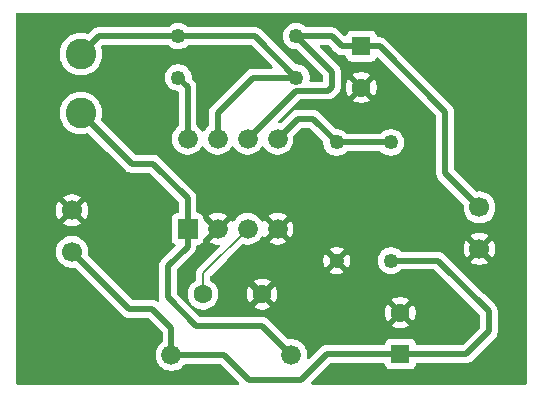
<source format=gtl>
G04 #@! TF.GenerationSoftware,KiCad,Pcbnew,9.0.0*
G04 #@! TF.CreationDate,2025-05-28T17:54:46+08:00*
G04 #@! TF.ProjectId,Converter_DC,436f6e76-6572-4746-9572-5f44432e6b69,v1.0*
G04 #@! TF.SameCoordinates,Original*
G04 #@! TF.FileFunction,Copper,L1,Top*
G04 #@! TF.FilePolarity,Positive*
%FSLAX46Y46*%
G04 Gerber Fmt 4.6, Leading zero omitted, Abs format (unit mm)*
G04 Created by KiCad (PCBNEW 9.0.0) date 2025-05-28 17:54:46*
%MOMM*%
%LPD*%
G01*
G04 APERTURE LIST*
G04 #@! TA.AperFunction,ComponentPad*
%ADD10C,2.600000*%
G04 #@! TD*
G04 #@! TA.AperFunction,ComponentPad*
%ADD11C,1.700000*%
G04 #@! TD*
G04 #@! TA.AperFunction,ComponentPad*
%ADD12C,1.600000*%
G04 #@! TD*
G04 #@! TA.AperFunction,ComponentPad*
%ADD13C,1.676400*%
G04 #@! TD*
G04 #@! TA.AperFunction,ComponentPad*
%ADD14C,1.250000*%
G04 #@! TD*
G04 #@! TA.AperFunction,ComponentPad*
%ADD15R,1.676400X1.676400*%
G04 #@! TD*
G04 #@! TA.AperFunction,ComponentPad*
%ADD16R,1.600000X1.600000*%
G04 #@! TD*
G04 #@! TA.AperFunction,Conductor*
%ADD17C,0.500000*%
G04 #@! TD*
G04 #@! TA.AperFunction,Conductor*
%ADD18C,0.200000*%
G04 #@! TD*
G04 APERTURE END LIST*
D10*
X132750000Y-93500000D03*
X132750000Y-88500000D03*
D11*
X132000000Y-105250000D03*
X132000000Y-101750000D03*
X166500000Y-105000000D03*
X166500000Y-101500000D03*
D12*
X148100000Y-108850000D03*
X143100000Y-108850000D03*
D13*
X150580000Y-114000000D03*
X140420000Y-114000000D03*
D14*
X151000000Y-87000000D03*
X141000000Y-87000000D03*
D15*
X141790000Y-103310000D03*
D13*
X144330000Y-103310000D03*
X146870000Y-103310000D03*
X149410000Y-103310000D03*
X149410000Y-95690000D03*
X146870000Y-95690000D03*
X144330000Y-95690000D03*
X141790000Y-95690000D03*
D14*
X154400000Y-106000000D03*
X154400000Y-96000000D03*
D16*
X156500000Y-87847349D03*
D12*
X156500000Y-91347349D03*
D14*
X151000000Y-90500000D03*
X141000000Y-90500000D03*
D16*
X159800000Y-113900000D03*
D12*
X159800000Y-110400000D03*
D14*
X159000000Y-106000000D03*
X159000000Y-96000000D03*
D17*
X147500000Y-87000000D02*
X151000000Y-90500000D01*
X141000000Y-87000000D02*
X147500000Y-87000000D01*
X152400000Y-94000000D02*
X154400000Y-96000000D01*
X151100000Y-94000000D02*
X152400000Y-94000000D01*
X149410000Y-95690000D02*
X151100000Y-94000000D01*
X159000000Y-96000000D02*
X154400000Y-96000000D01*
X154000000Y-87000000D02*
X151000000Y-87000000D01*
X154847349Y-87847349D02*
X154000000Y-87000000D01*
X156500000Y-87847349D02*
X154847349Y-87847349D01*
X150960000Y-91600000D02*
X146870000Y-95690000D01*
X153700000Y-91600000D02*
X150960000Y-91600000D01*
X154000000Y-91300000D02*
X153700000Y-91600000D01*
X154000000Y-90000000D02*
X154000000Y-91300000D01*
X151000000Y-87000000D02*
X154000000Y-90000000D01*
X144330000Y-93470000D02*
X144330000Y-95690000D01*
X147300000Y-90500000D02*
X144330000Y-93470000D01*
X151000000Y-90500000D02*
X147300000Y-90500000D01*
X141790000Y-91290000D02*
X141790000Y-95690000D01*
X141000000Y-90500000D02*
X141790000Y-91290000D01*
X134250000Y-87000000D02*
X141000000Y-87000000D01*
X132750000Y-88500000D02*
X134250000Y-87000000D01*
X141790000Y-104810000D02*
X141790000Y-103310000D01*
X142500000Y-111500000D02*
X140100000Y-109100000D01*
X140100000Y-106500000D02*
X141790000Y-104810000D01*
X140100000Y-109100000D02*
X140100000Y-106500000D01*
X150580000Y-114000000D02*
X148080000Y-111500000D01*
X148080000Y-111500000D02*
X142500000Y-111500000D01*
D18*
X143100000Y-107080000D02*
X146870000Y-103310000D01*
X143100000Y-108850000D02*
X143100000Y-107080000D01*
D17*
X163000000Y-106000000D02*
X159000000Y-106000000D01*
X167300000Y-110300000D02*
X163000000Y-106000000D01*
X165400000Y-113900000D02*
X167300000Y-112000000D01*
X167300000Y-112000000D02*
X167300000Y-110300000D01*
X159800000Y-113900000D02*
X165400000Y-113900000D01*
X144900000Y-114000000D02*
X140420000Y-114000000D01*
X151400000Y-116100000D02*
X147000000Y-116100000D01*
X153600000Y-113900000D02*
X151400000Y-116100000D01*
X159800000Y-113900000D02*
X153600000Y-113900000D01*
X147000000Y-116100000D02*
X144900000Y-114000000D01*
X163600000Y-93400000D02*
X158047349Y-87847349D01*
X158047349Y-87847349D02*
X156500000Y-87847349D01*
X163600000Y-98600000D02*
X163600000Y-93400000D01*
X166500000Y-101500000D02*
X163600000Y-98600000D01*
X132750000Y-93500000D02*
X137050000Y-97800000D01*
X137050000Y-97800000D02*
X138900000Y-97800000D01*
X141790000Y-100690000D02*
X141790000Y-103310000D01*
X138900000Y-97800000D02*
X141790000Y-100690000D01*
X140420000Y-111720000D02*
X140420000Y-114000000D01*
X138800000Y-110100000D02*
X140420000Y-111720000D01*
X136850000Y-110100000D02*
X138800000Y-110100000D01*
X132000000Y-105250000D02*
X136850000Y-110100000D01*
G04 #@! TA.AperFunction,Conductor*
G36*
X170442539Y-85020185D02*
G01*
X170488294Y-85072989D01*
X170499500Y-85124500D01*
X170499500Y-116375500D01*
X170479815Y-116442539D01*
X170427011Y-116488294D01*
X170375500Y-116499500D01*
X152361230Y-116499500D01*
X152294191Y-116479815D01*
X152248436Y-116427011D01*
X152238492Y-116357853D01*
X152267517Y-116294297D01*
X152273549Y-116287819D01*
X153874549Y-114686819D01*
X153935872Y-114653334D01*
X153962230Y-114650500D01*
X158377649Y-114650500D01*
X158444688Y-114670185D01*
X158490443Y-114722989D01*
X158500939Y-114761248D01*
X158505908Y-114807483D01*
X158556202Y-114942328D01*
X158556206Y-114942335D01*
X158642452Y-115057544D01*
X158642455Y-115057547D01*
X158757664Y-115143793D01*
X158757671Y-115143797D01*
X158892517Y-115194091D01*
X158892516Y-115194091D01*
X158899444Y-115194835D01*
X158952127Y-115200500D01*
X160647872Y-115200499D01*
X160707483Y-115194091D01*
X160842331Y-115143796D01*
X160957546Y-115057546D01*
X161043796Y-114942331D01*
X161094091Y-114807483D01*
X161099062Y-114761242D01*
X161125799Y-114696694D01*
X161183191Y-114656846D01*
X161222351Y-114650500D01*
X165473920Y-114650500D01*
X165571462Y-114631096D01*
X165618913Y-114621658D01*
X165755495Y-114565084D01*
X165832123Y-114513883D01*
X165878416Y-114482952D01*
X167882952Y-112478416D01*
X167945313Y-112385084D01*
X167965084Y-112355495D01*
X168021658Y-112218913D01*
X168048703Y-112082954D01*
X168050500Y-112073920D01*
X168050500Y-110226079D01*
X168021659Y-110081092D01*
X168021658Y-110081091D01*
X168021658Y-110081087D01*
X167972450Y-109962287D01*
X167965087Y-109944511D01*
X167965080Y-109944498D01*
X167882952Y-109821585D01*
X167855901Y-109794534D01*
X167778416Y-109717049D01*
X166911366Y-108849999D01*
X164217061Y-106155692D01*
X163478421Y-105417052D01*
X163478414Y-105417046D01*
X163387479Y-105356286D01*
X163387478Y-105356286D01*
X163355500Y-105334919D01*
X163355488Y-105334912D01*
X163218917Y-105278343D01*
X163218907Y-105278340D01*
X163073920Y-105249500D01*
X163073918Y-105249500D01*
X159892559Y-105249500D01*
X159825520Y-105229815D01*
X159804878Y-105213181D01*
X159733216Y-105141519D01*
X159733214Y-105141517D01*
X159589890Y-105037386D01*
X159515272Y-104999366D01*
X159432042Y-104956957D01*
X159432039Y-104956956D01*
X159263556Y-104902214D01*
X159210136Y-104893753D01*
X165150000Y-104893753D01*
X165150000Y-105106246D01*
X165183242Y-105316127D01*
X165183242Y-105316130D01*
X165248904Y-105518217D01*
X165345375Y-105707550D01*
X165384728Y-105761716D01*
X166078274Y-105068171D01*
X166103963Y-105164044D01*
X166159916Y-105260956D01*
X166239044Y-105340084D01*
X166335956Y-105396037D01*
X166431828Y-105421725D01*
X165738282Y-106115269D01*
X165738282Y-106115270D01*
X165792449Y-106154624D01*
X165981782Y-106251095D01*
X166183870Y-106316757D01*
X166393754Y-106350000D01*
X166606246Y-106350000D01*
X166816127Y-106316757D01*
X166816130Y-106316757D01*
X167018217Y-106251095D01*
X167207554Y-106154622D01*
X167261716Y-106115270D01*
X167261717Y-106115270D01*
X166568171Y-105421725D01*
X166664044Y-105396037D01*
X166760956Y-105340084D01*
X166840084Y-105260956D01*
X166896037Y-105164044D01*
X166921725Y-105068172D01*
X167615270Y-105761717D01*
X167615270Y-105761716D01*
X167654622Y-105707554D01*
X167751095Y-105518217D01*
X167816757Y-105316130D01*
X167816757Y-105316127D01*
X167850000Y-105106246D01*
X167850000Y-104893753D01*
X167816757Y-104683872D01*
X167816757Y-104683869D01*
X167751095Y-104481782D01*
X167654624Y-104292449D01*
X167615270Y-104238282D01*
X167615269Y-104238282D01*
X166921725Y-104931827D01*
X166896037Y-104835956D01*
X166840084Y-104739044D01*
X166760956Y-104659916D01*
X166664044Y-104603963D01*
X166568172Y-104578274D01*
X167261716Y-103884728D01*
X167207550Y-103845375D01*
X167018217Y-103748904D01*
X166816129Y-103683242D01*
X166606246Y-103650000D01*
X166393754Y-103650000D01*
X166183872Y-103683242D01*
X166183869Y-103683242D01*
X165981782Y-103748904D01*
X165792439Y-103845380D01*
X165738282Y-103884727D01*
X165738282Y-103884728D01*
X166431828Y-104578274D01*
X166335956Y-104603963D01*
X166239044Y-104659916D01*
X166159916Y-104739044D01*
X166103963Y-104835956D01*
X166078274Y-104931828D01*
X165384728Y-104238282D01*
X165384727Y-104238282D01*
X165345380Y-104292439D01*
X165248904Y-104481782D01*
X165183242Y-104683869D01*
X165183242Y-104683872D01*
X165150000Y-104893753D01*
X159210136Y-104893753D01*
X159148053Y-104883920D01*
X159088579Y-104874500D01*
X158911421Y-104874500D01*
X158853095Y-104883738D01*
X158736443Y-104902214D01*
X158567960Y-104956956D01*
X158567957Y-104956957D01*
X158410109Y-105037386D01*
X158328338Y-105096796D01*
X158266786Y-105141517D01*
X158266784Y-105141519D01*
X158266783Y-105141519D01*
X158141519Y-105266783D01*
X158141519Y-105266784D01*
X158141517Y-105266786D01*
X158096796Y-105328338D01*
X158037386Y-105410109D01*
X157956957Y-105567957D01*
X157956956Y-105567960D01*
X157902214Y-105736443D01*
X157894039Y-105788060D01*
X157874500Y-105911421D01*
X157874500Y-106088579D01*
X157884960Y-106154622D01*
X157902214Y-106263556D01*
X157956956Y-106432039D01*
X157956957Y-106432042D01*
X158025848Y-106567246D01*
X158037386Y-106589890D01*
X158141517Y-106733214D01*
X158266786Y-106858483D01*
X158410110Y-106962614D01*
X158485338Y-107000945D01*
X158567957Y-107043042D01*
X158567960Y-107043043D01*
X158652201Y-107070414D01*
X158736445Y-107097786D01*
X158911421Y-107125500D01*
X158911422Y-107125500D01*
X159088578Y-107125500D01*
X159088579Y-107125500D01*
X159263555Y-107097786D01*
X159432042Y-107043042D01*
X159589890Y-106962614D01*
X159733214Y-106858483D01*
X159804878Y-106786819D01*
X159866201Y-106753334D01*
X159892559Y-106750500D01*
X162637770Y-106750500D01*
X162704809Y-106770185D01*
X162725451Y-106786819D01*
X166513181Y-110574548D01*
X166546666Y-110635871D01*
X166549500Y-110662229D01*
X166549500Y-111637770D01*
X166529815Y-111704809D01*
X166513181Y-111725451D01*
X165125451Y-113113181D01*
X165064128Y-113146666D01*
X165037770Y-113149500D01*
X161222351Y-113149500D01*
X161155312Y-113129815D01*
X161109557Y-113077011D01*
X161099061Y-113038752D01*
X161094091Y-112992516D01*
X161043797Y-112857671D01*
X161043793Y-112857664D01*
X160957547Y-112742455D01*
X160957544Y-112742452D01*
X160842335Y-112656206D01*
X160842328Y-112656202D01*
X160707482Y-112605908D01*
X160707483Y-112605908D01*
X160647883Y-112599501D01*
X160647881Y-112599500D01*
X160647873Y-112599500D01*
X160647864Y-112599500D01*
X158952129Y-112599500D01*
X158952123Y-112599501D01*
X158892516Y-112605908D01*
X158757671Y-112656202D01*
X158757664Y-112656206D01*
X158642455Y-112742452D01*
X158642452Y-112742455D01*
X158556206Y-112857664D01*
X158556202Y-112857671D01*
X158505910Y-112992513D01*
X158505909Y-112992517D01*
X158500937Y-113038757D01*
X158474201Y-113103306D01*
X158416809Y-113143154D01*
X158377649Y-113149500D01*
X153526080Y-113149500D01*
X153381092Y-113178340D01*
X153381086Y-113178342D01*
X153244508Y-113234914D01*
X153244496Y-113234921D01*
X153195269Y-113267813D01*
X153121588Y-113317044D01*
X153121580Y-113317050D01*
X152110536Y-114328094D01*
X152049213Y-114361579D01*
X151979521Y-114356595D01*
X151923588Y-114314723D01*
X151899171Y-114249259D01*
X151900382Y-114221015D01*
X151918700Y-114105363D01*
X151918700Y-113894636D01*
X151885737Y-113686519D01*
X151820620Y-113486112D01*
X151760343Y-113367813D01*
X151724959Y-113298368D01*
X151689455Y-113249500D01*
X151601109Y-113127900D01*
X151452099Y-112978890D01*
X151281635Y-112855043D01*
X151281634Y-112855042D01*
X151281632Y-112855041D01*
X151223001Y-112825167D01*
X151093887Y-112759379D01*
X150893480Y-112694262D01*
X150685363Y-112661300D01*
X150685358Y-112661300D01*
X150474642Y-112661300D01*
X150474636Y-112661300D01*
X150388583Y-112674929D01*
X150319290Y-112665974D01*
X150281505Y-112640137D01*
X149161265Y-111519896D01*
X148558421Y-110917052D01*
X148558414Y-110917046D01*
X148458818Y-110850499D01*
X148458817Y-110850499D01*
X148435495Y-110834916D01*
X148435488Y-110834912D01*
X148298917Y-110778343D01*
X148298907Y-110778340D01*
X148153920Y-110749500D01*
X148153918Y-110749500D01*
X142862229Y-110749500D01*
X142795190Y-110729815D01*
X142774548Y-110713181D01*
X142441864Y-110380497D01*
X142359049Y-110297682D01*
X158500000Y-110297682D01*
X158500000Y-110502317D01*
X158532009Y-110704417D01*
X158595244Y-110899031D01*
X158688141Y-111081350D01*
X158688147Y-111081359D01*
X158720523Y-111125921D01*
X158720524Y-111125922D01*
X159400000Y-110446446D01*
X159400000Y-110452661D01*
X159427259Y-110554394D01*
X159479920Y-110645606D01*
X159554394Y-110720080D01*
X159645606Y-110772741D01*
X159747339Y-110800000D01*
X159753553Y-110800000D01*
X159074076Y-111479474D01*
X159118650Y-111511859D01*
X159300968Y-111604755D01*
X159495582Y-111667990D01*
X159697683Y-111700000D01*
X159902317Y-111700000D01*
X160104417Y-111667990D01*
X160299031Y-111604755D01*
X160481349Y-111511859D01*
X160525921Y-111479474D01*
X159846447Y-110800000D01*
X159852661Y-110800000D01*
X159954394Y-110772741D01*
X160045606Y-110720080D01*
X160120080Y-110645606D01*
X160172741Y-110554394D01*
X160200000Y-110452661D01*
X160200000Y-110446447D01*
X160879474Y-111125921D01*
X160911859Y-111081349D01*
X161004755Y-110899031D01*
X161067990Y-110704417D01*
X161100000Y-110502317D01*
X161100000Y-110297682D01*
X161067990Y-110095582D01*
X161004755Y-109900968D01*
X160911859Y-109718650D01*
X160879474Y-109674077D01*
X160879474Y-109674076D01*
X160200000Y-110353551D01*
X160200000Y-110347339D01*
X160172741Y-110245606D01*
X160120080Y-110154394D01*
X160045606Y-110079920D01*
X159954394Y-110027259D01*
X159852661Y-110000000D01*
X159846446Y-110000000D01*
X160525922Y-109320524D01*
X160525921Y-109320523D01*
X160481359Y-109288147D01*
X160481350Y-109288141D01*
X160299031Y-109195244D01*
X160104417Y-109132009D01*
X159902317Y-109100000D01*
X159697683Y-109100000D01*
X159495582Y-109132009D01*
X159300968Y-109195244D01*
X159118644Y-109288143D01*
X159074077Y-109320523D01*
X159074077Y-109320524D01*
X159753554Y-110000000D01*
X159747339Y-110000000D01*
X159645606Y-110027259D01*
X159554394Y-110079920D01*
X159479920Y-110154394D01*
X159427259Y-110245606D01*
X159400000Y-110347339D01*
X159400000Y-110353553D01*
X158720524Y-109674077D01*
X158720523Y-109674077D01*
X158688143Y-109718644D01*
X158595244Y-109900968D01*
X158532009Y-110095582D01*
X158500000Y-110297682D01*
X142359049Y-110297682D01*
X142088991Y-110027623D01*
X140886819Y-108825451D01*
X140853334Y-108764128D01*
X140850500Y-108737770D01*
X140850500Y-106862230D01*
X140870185Y-106795191D01*
X140886819Y-106774549D01*
X142372948Y-105288420D01*
X142372952Y-105288416D01*
X142448007Y-105176086D01*
X142448009Y-105176084D01*
X142455081Y-105165499D01*
X142455084Y-105165495D01*
X142511658Y-105028913D01*
X142525971Y-104956957D01*
X142540500Y-104883920D01*
X142540500Y-104772699D01*
X142560185Y-104705660D01*
X142612989Y-104659905D01*
X142664500Y-104648699D01*
X142676071Y-104648699D01*
X142676072Y-104648699D01*
X142735683Y-104642291D01*
X142870531Y-104591996D01*
X142985746Y-104505746D01*
X143071996Y-104390531D01*
X143122291Y-104255683D01*
X143128700Y-104196073D01*
X143128699Y-104189985D01*
X143148376Y-104122948D01*
X143201176Y-104077187D01*
X143210994Y-104075451D01*
X143799026Y-103487419D01*
X143809281Y-103525689D01*
X143882849Y-103653111D01*
X143986889Y-103757151D01*
X144114311Y-103830719D01*
X144152579Y-103840972D01*
X143576729Y-104416822D01*
X143576730Y-104416823D01*
X143628624Y-104454526D01*
X143628637Y-104454534D01*
X143816311Y-104550160D01*
X144016635Y-104615248D01*
X144224682Y-104648200D01*
X144383201Y-104648200D01*
X144450240Y-104667885D01*
X144495995Y-104720689D01*
X144505939Y-104789847D01*
X144476914Y-104853403D01*
X144470882Y-104859881D01*
X142734277Y-106596486D01*
X142734270Y-106596493D01*
X142731286Y-106599478D01*
X142731284Y-106599480D01*
X142619480Y-106711284D01*
X142596839Y-106750500D01*
X142590814Y-106760933D01*
X142590814Y-106760935D01*
X142561985Y-106810868D01*
X142540423Y-106848215D01*
X142499499Y-107000943D01*
X142499499Y-107000945D01*
X142499499Y-107169046D01*
X142499500Y-107169059D01*
X142499500Y-107620397D01*
X142479815Y-107687436D01*
X142431800Y-107730879D01*
X142418389Y-107737712D01*
X142252786Y-107858028D01*
X142108028Y-108002786D01*
X141987715Y-108168386D01*
X141894781Y-108350776D01*
X141831522Y-108545465D01*
X141799500Y-108747648D01*
X141799500Y-108952351D01*
X141831522Y-109154534D01*
X141894781Y-109349223D01*
X141938444Y-109434914D01*
X141987585Y-109531359D01*
X141987715Y-109531613D01*
X142104638Y-109692546D01*
X142104641Y-109692549D01*
X142108034Y-109697219D01*
X142252781Y-109841966D01*
X142418390Y-109962287D01*
X142534607Y-110021503D01*
X142600776Y-110055218D01*
X142600778Y-110055218D01*
X142600781Y-110055220D01*
X142680407Y-110081092D01*
X142795465Y-110118477D01*
X142896557Y-110134488D01*
X142997648Y-110150500D01*
X142997649Y-110150500D01*
X143202351Y-110150500D01*
X143202352Y-110150500D01*
X143404534Y-110118477D01*
X143599219Y-110055220D01*
X143781610Y-109962287D01*
X143942548Y-109845360D01*
X143947213Y-109841971D01*
X143947215Y-109841968D01*
X143947219Y-109841966D01*
X144091966Y-109697219D01*
X144091968Y-109697215D01*
X144091971Y-109697213D01*
X144144732Y-109624590D01*
X144212287Y-109531610D01*
X144305220Y-109349219D01*
X144368477Y-109154534D01*
X144400500Y-108952352D01*
X144400500Y-108747682D01*
X146800000Y-108747682D01*
X146800000Y-108952317D01*
X146832009Y-109154417D01*
X146895244Y-109349031D01*
X146988141Y-109531350D01*
X146988147Y-109531359D01*
X147020523Y-109575921D01*
X147020524Y-109575922D01*
X147700000Y-108896446D01*
X147700000Y-108902661D01*
X147727259Y-109004394D01*
X147779920Y-109095606D01*
X147854394Y-109170080D01*
X147945606Y-109222741D01*
X148047339Y-109250000D01*
X148053553Y-109250000D01*
X147374076Y-109929474D01*
X147418650Y-109961859D01*
X147600968Y-110054755D01*
X147795582Y-110117990D01*
X147997683Y-110150000D01*
X148202317Y-110150000D01*
X148404417Y-110117990D01*
X148599031Y-110054755D01*
X148781349Y-109961859D01*
X148825921Y-109929474D01*
X148146447Y-109250000D01*
X148152661Y-109250000D01*
X148254394Y-109222741D01*
X148345606Y-109170080D01*
X148420080Y-109095606D01*
X148472741Y-109004394D01*
X148500000Y-108902661D01*
X148500000Y-108896447D01*
X149179474Y-109575921D01*
X149211859Y-109531349D01*
X149304755Y-109349031D01*
X149311113Y-109329464D01*
X149367990Y-109154417D01*
X149400000Y-108952317D01*
X149400000Y-108747682D01*
X149367990Y-108545582D01*
X149304755Y-108350968D01*
X149211859Y-108168650D01*
X149179474Y-108124077D01*
X149179474Y-108124076D01*
X148500000Y-108803551D01*
X148500000Y-108797339D01*
X148472741Y-108695606D01*
X148420080Y-108604394D01*
X148345606Y-108529920D01*
X148254394Y-108477259D01*
X148152661Y-108450000D01*
X148146446Y-108450000D01*
X148825922Y-107770524D01*
X148825921Y-107770523D01*
X148781359Y-107738147D01*
X148781350Y-107738141D01*
X148599031Y-107645244D01*
X148404417Y-107582009D01*
X148202317Y-107550000D01*
X147997683Y-107550000D01*
X147795582Y-107582009D01*
X147600968Y-107645244D01*
X147418644Y-107738143D01*
X147374077Y-107770523D01*
X147374077Y-107770524D01*
X148053554Y-108450000D01*
X148047339Y-108450000D01*
X147945606Y-108477259D01*
X147854394Y-108529920D01*
X147779920Y-108604394D01*
X147727259Y-108695606D01*
X147700000Y-108797339D01*
X147700000Y-108803553D01*
X147020524Y-108124077D01*
X147020523Y-108124077D01*
X146988143Y-108168644D01*
X146895244Y-108350968D01*
X146832009Y-108545582D01*
X146800000Y-108747682D01*
X144400500Y-108747682D01*
X144400500Y-108747648D01*
X144392257Y-108695606D01*
X144368477Y-108545465D01*
X144337458Y-108450000D01*
X144305220Y-108350781D01*
X144305218Y-108350778D01*
X144305218Y-108350776D01*
X144212419Y-108168650D01*
X144212287Y-108168390D01*
X144180092Y-108124077D01*
X144091971Y-108002786D01*
X143947213Y-107858028D01*
X143781610Y-107737712D01*
X143768200Y-107730879D01*
X143757138Y-107720431D01*
X143743297Y-107714110D01*
X143732255Y-107696928D01*
X143717406Y-107682903D01*
X143713165Y-107667223D01*
X143705523Y-107655332D01*
X143700500Y-107620397D01*
X143700500Y-107380096D01*
X143720185Y-107313057D01*
X143736814Y-107292420D01*
X144075045Y-106954189D01*
X153799364Y-106954189D01*
X153810368Y-106962185D01*
X153968149Y-107042579D01*
X153968152Y-107042580D01*
X154136560Y-107097298D01*
X154311456Y-107125000D01*
X154488544Y-107125000D01*
X154663439Y-107097298D01*
X154831847Y-107042580D01*
X154831850Y-107042578D01*
X154989633Y-106962184D01*
X155000634Y-106954189D01*
X155000635Y-106954188D01*
X154400001Y-106353554D01*
X154400000Y-106353554D01*
X153799364Y-106954189D01*
X144075045Y-106954189D01*
X145117778Y-105911455D01*
X153275000Y-105911455D01*
X153275000Y-106088544D01*
X153302701Y-106263439D01*
X153357419Y-106431847D01*
X153357423Y-106431855D01*
X153437808Y-106589621D01*
X153437816Y-106589635D01*
X153445809Y-106600634D01*
X153445811Y-106600635D01*
X154046446Y-106000000D01*
X154046446Y-105999999D01*
X153996719Y-105950272D01*
X154150000Y-105950272D01*
X154150000Y-106049728D01*
X154188060Y-106141614D01*
X154258386Y-106211940D01*
X154350272Y-106250000D01*
X154449728Y-106250000D01*
X154541614Y-106211940D01*
X154611940Y-106141614D01*
X154650000Y-106049728D01*
X154650000Y-105999999D01*
X154753554Y-105999999D01*
X154753554Y-106000000D01*
X155354189Y-106600635D01*
X155354189Y-106600634D01*
X155362184Y-106589633D01*
X155442578Y-106431850D01*
X155442580Y-106431847D01*
X155497298Y-106263439D01*
X155525000Y-106088544D01*
X155525000Y-105911455D01*
X155497298Y-105736560D01*
X155442580Y-105568152D01*
X155442579Y-105568149D01*
X155362185Y-105410368D01*
X155354189Y-105399364D01*
X154753554Y-105999999D01*
X154650000Y-105999999D01*
X154650000Y-105950272D01*
X154611940Y-105858386D01*
X154541614Y-105788060D01*
X154449728Y-105750000D01*
X154350272Y-105750000D01*
X154258386Y-105788060D01*
X154188060Y-105858386D01*
X154150000Y-105950272D01*
X153996719Y-105950272D01*
X153445810Y-105399363D01*
X153445809Y-105399364D01*
X153437815Y-105410366D01*
X153357421Y-105568149D01*
X153357419Y-105568152D01*
X153302701Y-105736560D01*
X153275000Y-105911455D01*
X145117778Y-105911455D01*
X145983423Y-105045810D01*
X153799363Y-105045810D01*
X154400000Y-105646446D01*
X154400001Y-105646446D01*
X155000635Y-105045811D01*
X155000634Y-105045809D01*
X154989635Y-105037816D01*
X154989621Y-105037808D01*
X154831855Y-104957423D01*
X154831847Y-104957419D01*
X154663439Y-104902701D01*
X154488544Y-104875000D01*
X154311456Y-104875000D01*
X154136560Y-104902701D01*
X153968152Y-104957419D01*
X153968149Y-104957421D01*
X153810366Y-105037815D01*
X153799364Y-105045809D01*
X153799363Y-105045810D01*
X145983423Y-105045810D01*
X146394842Y-104634391D01*
X146456163Y-104600908D01*
X146520837Y-104604142D01*
X146556520Y-104615737D01*
X146650299Y-104630590D01*
X146764637Y-104648700D01*
X146764642Y-104648700D01*
X146975363Y-104648700D01*
X147183480Y-104615737D01*
X147184985Y-104615248D01*
X147383883Y-104550622D01*
X147571632Y-104454959D01*
X147688283Y-104370208D01*
X147742099Y-104331109D01*
X147742101Y-104331106D01*
X147742105Y-104331104D01*
X147891104Y-104182105D01*
X147891106Y-104182101D01*
X147891109Y-104182099D01*
X148014956Y-104011636D01*
X148014955Y-104011636D01*
X148014959Y-104011632D01*
X148029795Y-103982513D01*
X148077768Y-103931718D01*
X148145588Y-103914922D01*
X148211724Y-103937458D01*
X148250764Y-103982511D01*
X148265469Y-104011370D01*
X148303176Y-104063268D01*
X148303177Y-104063269D01*
X148879026Y-103487419D01*
X148889281Y-103525689D01*
X148962849Y-103653111D01*
X149066889Y-103757151D01*
X149194311Y-103830719D01*
X149232580Y-103840973D01*
X148656729Y-104416822D01*
X148656730Y-104416823D01*
X148708624Y-104454526D01*
X148708637Y-104454534D01*
X148896311Y-104550160D01*
X149096635Y-104615248D01*
X149304682Y-104648200D01*
X149515318Y-104648200D01*
X149723364Y-104615248D01*
X149923688Y-104550160D01*
X150111370Y-104454530D01*
X150163268Y-104416823D01*
X150163268Y-104416822D01*
X149587419Y-103840973D01*
X149625689Y-103830719D01*
X149753111Y-103757151D01*
X149857151Y-103653111D01*
X149930719Y-103525689D01*
X149940973Y-103487419D01*
X150516822Y-104063268D01*
X150516823Y-104063268D01*
X150554530Y-104011370D01*
X150623663Y-103875692D01*
X150650160Y-103823688D01*
X150715248Y-103623364D01*
X150748200Y-103415318D01*
X150748200Y-103204681D01*
X150715248Y-102996635D01*
X150650160Y-102796311D01*
X150554534Y-102608637D01*
X150554526Y-102608624D01*
X150516823Y-102556730D01*
X150516822Y-102556729D01*
X149940972Y-103132579D01*
X149930719Y-103094311D01*
X149857151Y-102966889D01*
X149753111Y-102862849D01*
X149625689Y-102789281D01*
X149587419Y-102779026D01*
X150163269Y-102203177D01*
X150163268Y-102203176D01*
X150111370Y-102165469D01*
X149923688Y-102069839D01*
X149723364Y-102004751D01*
X149515318Y-101971800D01*
X149304682Y-101971800D01*
X149096635Y-102004751D01*
X148896311Y-102069839D01*
X148708633Y-102165467D01*
X148656730Y-102203176D01*
X149232580Y-102779026D01*
X149194311Y-102789281D01*
X149066889Y-102862849D01*
X148962849Y-102966889D01*
X148889281Y-103094311D01*
X148879026Y-103132580D01*
X148303176Y-102556730D01*
X148265465Y-102608636D01*
X148265464Y-102608637D01*
X148250763Y-102637489D01*
X148202787Y-102688284D01*
X148134966Y-102705077D01*
X148068831Y-102682537D01*
X148029795Y-102637485D01*
X148014958Y-102608366D01*
X147891109Y-102437900D01*
X147742099Y-102288890D01*
X147571635Y-102165043D01*
X147571634Y-102165042D01*
X147571632Y-102165041D01*
X147513001Y-102135167D01*
X147383887Y-102069379D01*
X147183480Y-102004262D01*
X146975363Y-101971300D01*
X146975358Y-101971300D01*
X146764642Y-101971300D01*
X146764637Y-101971300D01*
X146556519Y-102004262D01*
X146356112Y-102069379D01*
X146168364Y-102165043D01*
X145997900Y-102288890D01*
X145848890Y-102437900D01*
X145725042Y-102608364D01*
X145710203Y-102637488D01*
X145662227Y-102688283D01*
X145594406Y-102705077D01*
X145528272Y-102682538D01*
X145489235Y-102637487D01*
X145474537Y-102608642D01*
X145474526Y-102608624D01*
X145436823Y-102556730D01*
X145436822Y-102556729D01*
X144860972Y-103132579D01*
X144850719Y-103094311D01*
X144777151Y-102966889D01*
X144673111Y-102862849D01*
X144545689Y-102789281D01*
X144507419Y-102779026D01*
X145083269Y-102203177D01*
X145083268Y-102203176D01*
X145031370Y-102165469D01*
X144843688Y-102069839D01*
X144643364Y-102004751D01*
X144435318Y-101971800D01*
X144224682Y-101971800D01*
X144016635Y-102004751D01*
X143816311Y-102069839D01*
X143628633Y-102165467D01*
X143576730Y-102203176D01*
X144152580Y-102779026D01*
X144114311Y-102789281D01*
X143986889Y-102862849D01*
X143882849Y-102966889D01*
X143809281Y-103094311D01*
X143799026Y-103132580D01*
X143208824Y-102542378D01*
X143194045Y-102539273D01*
X143144291Y-102490219D01*
X143131742Y-102457326D01*
X143128699Y-102443845D01*
X143128699Y-102423928D01*
X143122291Y-102364317D01*
X143086448Y-102268217D01*
X143071998Y-102229473D01*
X143071993Y-102229464D01*
X142985747Y-102114255D01*
X142985744Y-102114252D01*
X142870535Y-102028006D01*
X142870528Y-102028002D01*
X142735682Y-101977708D01*
X142735683Y-101977708D01*
X142676083Y-101971301D01*
X142676081Y-101971300D01*
X142676073Y-101971300D01*
X142676065Y-101971300D01*
X142664500Y-101971300D01*
X142597461Y-101951615D01*
X142551706Y-101898811D01*
X142540500Y-101847300D01*
X142540500Y-100616079D01*
X142511659Y-100471092D01*
X142511658Y-100471091D01*
X142511658Y-100471087D01*
X142459411Y-100344951D01*
X142455087Y-100334511D01*
X142455080Y-100334498D01*
X142372952Y-100211585D01*
X142325983Y-100164616D01*
X142268416Y-100107049D01*
X139378421Y-97217052D01*
X139378414Y-97217046D01*
X139304729Y-97167812D01*
X139304729Y-97167813D01*
X139255491Y-97134913D01*
X139118917Y-97078343D01*
X139118907Y-97078340D01*
X138973920Y-97049500D01*
X138973918Y-97049500D01*
X137412229Y-97049500D01*
X137345190Y-97029815D01*
X137324548Y-97013181D01*
X134495018Y-94183650D01*
X134461533Y-94122327D01*
X134462923Y-94063878D01*
X134519693Y-93852014D01*
X134550500Y-93618011D01*
X134550500Y-93381989D01*
X134519693Y-93147986D01*
X134458606Y-92920007D01*
X134368284Y-92701951D01*
X134368282Y-92701948D01*
X134368280Y-92701943D01*
X134326118Y-92628918D01*
X134250273Y-92497550D01*
X134106592Y-92310301D01*
X134106587Y-92310295D01*
X133939704Y-92143412D01*
X133939697Y-92143406D01*
X133752454Y-91999730D01*
X133752453Y-91999729D01*
X133752450Y-91999727D01*
X133670957Y-91952677D01*
X133548056Y-91881719D01*
X133548045Y-91881714D01*
X133329993Y-91791394D01*
X133281577Y-91778421D01*
X133102014Y-91730307D01*
X133102013Y-91730306D01*
X133102010Y-91730306D01*
X132868020Y-91699501D01*
X132868017Y-91699500D01*
X132868011Y-91699500D01*
X132631989Y-91699500D01*
X132631983Y-91699500D01*
X132631979Y-91699501D01*
X132397989Y-91730306D01*
X132170006Y-91791394D01*
X131951954Y-91881714D01*
X131951943Y-91881719D01*
X131747545Y-91999730D01*
X131560302Y-92143406D01*
X131560295Y-92143412D01*
X131393412Y-92310295D01*
X131393406Y-92310302D01*
X131249730Y-92497545D01*
X131131719Y-92701943D01*
X131131714Y-92701954D01*
X131041394Y-92920006D01*
X130980306Y-93147989D01*
X130949501Y-93381979D01*
X130949500Y-93381995D01*
X130949500Y-93618004D01*
X130949501Y-93618020D01*
X130980306Y-93852010D01*
X131041394Y-94079993D01*
X131131714Y-94298045D01*
X131131719Y-94298056D01*
X131202677Y-94420957D01*
X131249727Y-94502450D01*
X131249729Y-94502453D01*
X131249730Y-94502454D01*
X131393406Y-94689697D01*
X131393412Y-94689704D01*
X131560295Y-94856587D01*
X131560301Y-94856592D01*
X131747550Y-95000273D01*
X131878918Y-95076118D01*
X131951943Y-95118280D01*
X131951948Y-95118282D01*
X131951951Y-95118284D01*
X132170007Y-95208606D01*
X132397986Y-95269693D01*
X132631989Y-95300500D01*
X132631996Y-95300500D01*
X132868004Y-95300500D01*
X132868011Y-95300500D01*
X133102014Y-95269693D01*
X133313877Y-95212924D01*
X133383725Y-95214587D01*
X133433650Y-95245018D01*
X134958818Y-96770185D01*
X136467048Y-98278415D01*
X136467049Y-98278416D01*
X136571584Y-98382951D01*
X136571585Y-98382952D01*
X136694498Y-98465080D01*
X136694511Y-98465087D01*
X136831082Y-98521656D01*
X136831087Y-98521658D01*
X136831091Y-98521658D01*
X136831092Y-98521659D01*
X136976079Y-98550500D01*
X136976082Y-98550500D01*
X138537770Y-98550500D01*
X138604809Y-98570185D01*
X138625451Y-98586819D01*
X141003181Y-100964548D01*
X141036666Y-101025871D01*
X141039500Y-101052229D01*
X141039500Y-101847300D01*
X141019815Y-101914339D01*
X140967011Y-101960094D01*
X140915508Y-101971300D01*
X140903934Y-101971300D01*
X140903923Y-101971301D01*
X140844316Y-101977708D01*
X140709471Y-102028002D01*
X140709464Y-102028006D01*
X140594255Y-102114252D01*
X140594252Y-102114255D01*
X140508006Y-102229464D01*
X140508002Y-102229471D01*
X140457708Y-102364317D01*
X140451301Y-102423916D01*
X140451300Y-102423935D01*
X140451300Y-104196070D01*
X140451301Y-104196076D01*
X140457708Y-104255683D01*
X140508002Y-104390528D01*
X140508006Y-104390535D01*
X140594252Y-104505744D01*
X140594255Y-104505747D01*
X140709464Y-104591993D01*
X140717254Y-104596247D01*
X140715448Y-104599553D01*
X140757151Y-104630590D01*
X140781750Y-104695986D01*
X140767088Y-104764301D01*
X140745772Y-104792858D01*
X139517049Y-106021581D01*
X139472283Y-106088578D01*
X139472284Y-106088579D01*
X139434914Y-106144508D01*
X139378343Y-106281082D01*
X139378340Y-106281092D01*
X139349500Y-106426079D01*
X139349500Y-106426082D01*
X139349500Y-109173918D01*
X139349500Y-109173920D01*
X139349499Y-109173920D01*
X139378342Y-109318914D01*
X139378528Y-109319528D01*
X139378530Y-109319864D01*
X139379530Y-109324887D01*
X139378577Y-109325076D01*
X139379150Y-109389395D01*
X139341901Y-109448507D01*
X139278606Y-109478097D01*
X139209362Y-109468769D01*
X139190977Y-109458624D01*
X139175835Y-109448507D01*
X139155495Y-109434916D01*
X139155492Y-109434914D01*
X139155491Y-109434914D01*
X139018917Y-109378343D01*
X139018907Y-109378340D01*
X138873920Y-109349500D01*
X138873918Y-109349500D01*
X137212230Y-109349500D01*
X137145191Y-109329815D01*
X137124549Y-109313181D01*
X133370175Y-105558807D01*
X133336690Y-105497484D01*
X133335383Y-105451728D01*
X133350500Y-105356287D01*
X133350500Y-105143713D01*
X133317246Y-104933757D01*
X133251557Y-104731588D01*
X133155051Y-104542184D01*
X133155049Y-104542181D01*
X133155048Y-104542179D01*
X133030109Y-104370213D01*
X132879786Y-104219890D01*
X132707820Y-104094951D01*
X132518414Y-103998444D01*
X132518413Y-103998443D01*
X132518412Y-103998443D01*
X132316243Y-103932754D01*
X132316241Y-103932753D01*
X132316240Y-103932753D01*
X132154957Y-103907208D01*
X132106287Y-103899500D01*
X131893713Y-103899500D01*
X131845042Y-103907208D01*
X131683760Y-103932753D01*
X131481585Y-103998444D01*
X131292179Y-104094951D01*
X131120213Y-104219890D01*
X130969890Y-104370213D01*
X130844951Y-104542179D01*
X130748444Y-104731585D01*
X130682753Y-104933760D01*
X130649500Y-105143713D01*
X130649500Y-105356286D01*
X130671863Y-105497484D01*
X130682754Y-105566243D01*
X130746267Y-105761716D01*
X130748444Y-105768414D01*
X130844951Y-105957820D01*
X130969890Y-106129786D01*
X131120213Y-106280109D01*
X131292179Y-106405048D01*
X131292181Y-106405049D01*
X131292184Y-106405051D01*
X131481588Y-106501557D01*
X131683757Y-106567246D01*
X131893713Y-106600500D01*
X131893714Y-106600500D01*
X132106286Y-106600500D01*
X132106287Y-106600500D01*
X132201728Y-106585383D01*
X132271021Y-106594337D01*
X132308807Y-106620175D01*
X136371586Y-110682954D01*
X136401058Y-110702645D01*
X136445270Y-110732186D01*
X136494505Y-110765084D01*
X136494506Y-110765084D01*
X136494507Y-110765085D01*
X136494509Y-110765086D01*
X136631082Y-110821656D01*
X136631087Y-110821658D01*
X136631091Y-110821658D01*
X136631092Y-110821659D01*
X136776079Y-110850500D01*
X136776082Y-110850500D01*
X136776083Y-110850500D01*
X136923918Y-110850500D01*
X138437770Y-110850500D01*
X138504809Y-110870185D01*
X138525451Y-110886819D01*
X139633181Y-111994549D01*
X139666666Y-112055872D01*
X139669500Y-112082230D01*
X139669500Y-112827364D01*
X139649815Y-112894403D01*
X139618385Y-112927682D01*
X139547898Y-112978893D01*
X139547892Y-112978898D01*
X139398890Y-113127900D01*
X139275043Y-113298364D01*
X139179379Y-113486112D01*
X139114262Y-113686519D01*
X139081300Y-113894636D01*
X139081300Y-114105363D01*
X139114262Y-114313480D01*
X139179379Y-114513887D01*
X139234291Y-114621656D01*
X139267493Y-114686819D01*
X139275043Y-114701635D01*
X139398890Y-114872099D01*
X139547900Y-115021109D01*
X139691147Y-115125182D01*
X139718368Y-115144959D01*
X139788143Y-115180511D01*
X139906112Y-115240620D01*
X139906114Y-115240620D01*
X139906117Y-115240622D01*
X140013538Y-115275525D01*
X140106519Y-115305737D01*
X140314637Y-115338700D01*
X140314642Y-115338700D01*
X140525363Y-115338700D01*
X140733480Y-115305737D01*
X140933883Y-115240622D01*
X141121632Y-115144959D01*
X141241947Y-115057546D01*
X141292099Y-115021109D01*
X141292101Y-115021106D01*
X141292105Y-115021104D01*
X141441104Y-114872105D01*
X141492318Y-114801615D01*
X141547648Y-114758949D01*
X141592636Y-114750500D01*
X144537770Y-114750500D01*
X144604809Y-114770185D01*
X144625451Y-114786819D01*
X146126452Y-116287819D01*
X146159937Y-116349142D01*
X146154953Y-116418834D01*
X146113081Y-116474767D01*
X146047617Y-116499184D01*
X146038771Y-116499500D01*
X127374500Y-116499500D01*
X127307461Y-116479815D01*
X127261706Y-116427011D01*
X127250500Y-116375500D01*
X127250500Y-101643753D01*
X130650000Y-101643753D01*
X130650000Y-101856246D01*
X130683242Y-102066127D01*
X130683242Y-102066130D01*
X130748904Y-102268217D01*
X130845375Y-102457550D01*
X130884728Y-102511716D01*
X131578274Y-101818171D01*
X131603963Y-101914044D01*
X131659916Y-102010956D01*
X131739044Y-102090084D01*
X131835956Y-102146037D01*
X131931828Y-102171725D01*
X131238282Y-102865269D01*
X131238282Y-102865270D01*
X131292449Y-102904624D01*
X131481782Y-103001095D01*
X131683870Y-103066757D01*
X131893754Y-103100000D01*
X132106246Y-103100000D01*
X132316127Y-103066757D01*
X132316130Y-103066757D01*
X132518217Y-103001095D01*
X132707554Y-102904622D01*
X132761716Y-102865270D01*
X132761717Y-102865270D01*
X132068171Y-102171725D01*
X132164044Y-102146037D01*
X132260956Y-102090084D01*
X132340084Y-102010956D01*
X132396037Y-101914044D01*
X132421725Y-101818171D01*
X133115270Y-102511717D01*
X133115270Y-102511716D01*
X133154622Y-102457554D01*
X133251095Y-102268217D01*
X133316757Y-102066130D01*
X133316757Y-102066127D01*
X133350000Y-101856246D01*
X133350000Y-101643753D01*
X133316757Y-101433872D01*
X133316757Y-101433869D01*
X133251095Y-101231782D01*
X133154624Y-101042449D01*
X133115270Y-100988282D01*
X133115269Y-100988282D01*
X132421725Y-101681827D01*
X132396037Y-101585956D01*
X132340084Y-101489044D01*
X132260956Y-101409916D01*
X132164044Y-101353963D01*
X132068172Y-101328274D01*
X132761716Y-100634728D01*
X132707550Y-100595375D01*
X132518217Y-100498904D01*
X132316129Y-100433242D01*
X132106246Y-100400000D01*
X131893754Y-100400000D01*
X131683872Y-100433242D01*
X131683869Y-100433242D01*
X131481782Y-100498904D01*
X131292439Y-100595380D01*
X131238282Y-100634727D01*
X131238282Y-100634728D01*
X131931828Y-101328274D01*
X131835956Y-101353963D01*
X131739044Y-101409916D01*
X131659916Y-101489044D01*
X131603963Y-101585956D01*
X131578274Y-101681828D01*
X130884728Y-100988282D01*
X130884727Y-100988282D01*
X130845380Y-101042439D01*
X130748904Y-101231782D01*
X130683242Y-101433869D01*
X130683242Y-101433872D01*
X130650000Y-101643753D01*
X127250500Y-101643753D01*
X127250500Y-88381995D01*
X130949500Y-88381995D01*
X130949500Y-88618004D01*
X130949501Y-88618020D01*
X130967512Y-88754832D01*
X130980307Y-88852014D01*
X131021272Y-89004896D01*
X131041394Y-89079993D01*
X131131714Y-89298045D01*
X131131719Y-89298056D01*
X131175855Y-89374500D01*
X131249727Y-89502450D01*
X131249729Y-89502453D01*
X131249730Y-89502454D01*
X131393406Y-89689697D01*
X131393412Y-89689704D01*
X131560295Y-89856587D01*
X131560302Y-89856593D01*
X131613276Y-89897241D01*
X131747550Y-90000273D01*
X131878918Y-90076118D01*
X131951943Y-90118280D01*
X131951948Y-90118282D01*
X131951951Y-90118284D01*
X132170007Y-90208606D01*
X132397986Y-90269693D01*
X132631989Y-90300500D01*
X132631996Y-90300500D01*
X132868004Y-90300500D01*
X132868011Y-90300500D01*
X133102014Y-90269693D01*
X133329993Y-90208606D01*
X133548049Y-90118284D01*
X133752450Y-90000273D01*
X133939699Y-89856592D01*
X134106592Y-89689699D01*
X134250273Y-89502450D01*
X134368284Y-89298049D01*
X134458606Y-89079993D01*
X134519693Y-88852014D01*
X134550500Y-88618011D01*
X134550500Y-88381989D01*
X134519693Y-88147986D01*
X134462924Y-87936121D01*
X134463209Y-87924120D01*
X134459015Y-87912873D01*
X134464025Y-87889839D01*
X134464587Y-87866273D01*
X134471687Y-87854624D01*
X134473868Y-87844600D01*
X134495013Y-87816353D01*
X134524551Y-87786815D01*
X134585873Y-87753333D01*
X134612229Y-87750500D01*
X140107441Y-87750500D01*
X140174480Y-87770185D01*
X140195120Y-87786817D01*
X140266786Y-87858483D01*
X140410110Y-87962614D01*
X140487529Y-88002061D01*
X140567957Y-88043042D01*
X140567960Y-88043043D01*
X140652201Y-88070414D01*
X140736445Y-88097786D01*
X140911421Y-88125500D01*
X140911422Y-88125500D01*
X141088578Y-88125500D01*
X141088579Y-88125500D01*
X141263555Y-88097786D01*
X141432042Y-88043042D01*
X141589890Y-87962614D01*
X141733214Y-87858483D01*
X141804878Y-87786819D01*
X141866201Y-87753334D01*
X141892559Y-87750500D01*
X147137770Y-87750500D01*
X147204809Y-87770185D01*
X147225449Y-87786817D01*
X148147229Y-88708597D01*
X148976452Y-89537819D01*
X149009937Y-89599142D01*
X149004953Y-89668834D01*
X148963081Y-89724767D01*
X148897617Y-89749184D01*
X148888771Y-89749500D01*
X147226080Y-89749500D01*
X147081092Y-89778340D01*
X147081082Y-89778343D01*
X146944511Y-89834912D01*
X146944498Y-89834919D01*
X146821584Y-89917048D01*
X146821580Y-89917051D01*
X143747052Y-92991578D01*
X143747049Y-92991581D01*
X143711687Y-93044504D01*
X143711688Y-93044505D01*
X143664914Y-93114508D01*
X143608343Y-93251082D01*
X143608340Y-93251092D01*
X143579500Y-93396079D01*
X143579500Y-94517364D01*
X143559815Y-94584403D01*
X143528385Y-94617682D01*
X143457898Y-94668893D01*
X143457892Y-94668898D01*
X143308890Y-94817900D01*
X143185041Y-94988366D01*
X143170484Y-95016936D01*
X143122509Y-95067732D01*
X143054688Y-95084526D01*
X142988553Y-95061988D01*
X142949516Y-95016936D01*
X142934958Y-94988366D01*
X142811109Y-94817900D01*
X142662107Y-94668898D01*
X142662101Y-94668893D01*
X142591615Y-94617682D01*
X142548949Y-94562352D01*
X142540500Y-94517364D01*
X142540500Y-91216079D01*
X142531104Y-91168849D01*
X142521703Y-91121584D01*
X142511659Y-91071088D01*
X142473272Y-90978415D01*
X142460404Y-90947349D01*
X142455087Y-90934511D01*
X142455083Y-90934504D01*
X142453436Y-90932039D01*
X142417557Y-90878342D01*
X142372952Y-90811584D01*
X142161819Y-90600451D01*
X142128334Y-90539128D01*
X142125500Y-90512770D01*
X142125500Y-90411421D01*
X142097786Y-90236445D01*
X142059394Y-90118284D01*
X142043043Y-90067960D01*
X142043042Y-90067957D01*
X141970752Y-89926082D01*
X141962614Y-89910110D01*
X141858483Y-89766786D01*
X141733214Y-89641517D01*
X141589890Y-89537386D01*
X141558877Y-89521584D01*
X141432042Y-89456957D01*
X141432039Y-89456956D01*
X141263556Y-89402214D01*
X141176067Y-89388357D01*
X141088579Y-89374500D01*
X140911421Y-89374500D01*
X140853095Y-89383738D01*
X140736443Y-89402214D01*
X140567960Y-89456956D01*
X140567957Y-89456957D01*
X140410109Y-89537386D01*
X140328338Y-89596796D01*
X140266786Y-89641517D01*
X140266784Y-89641519D01*
X140266783Y-89641519D01*
X140141519Y-89766783D01*
X140141519Y-89766784D01*
X140141517Y-89766786D01*
X140131126Y-89781088D01*
X140037386Y-89910109D01*
X139956957Y-90067957D01*
X139956956Y-90067960D01*
X139902214Y-90236443D01*
X139902214Y-90236445D01*
X139874500Y-90411421D01*
X139874500Y-90588579D01*
X139879702Y-90621425D01*
X139902214Y-90763556D01*
X139956956Y-90932039D01*
X139956957Y-90932042D01*
X140013459Y-91042931D01*
X140037386Y-91089890D01*
X140141517Y-91233214D01*
X140266786Y-91358483D01*
X140410110Y-91462614D01*
X140486905Y-91501743D01*
X140567957Y-91543042D01*
X140567960Y-91543043D01*
X140652201Y-91570414D01*
X140736445Y-91597786D01*
X140911421Y-91625500D01*
X140915500Y-91625500D01*
X140982539Y-91645185D01*
X141028294Y-91697989D01*
X141039500Y-91749500D01*
X141039500Y-94517364D01*
X141019815Y-94584403D01*
X140988385Y-94617682D01*
X140917898Y-94668893D01*
X140917892Y-94668898D01*
X140768890Y-94817900D01*
X140645043Y-94988364D01*
X140549379Y-95176112D01*
X140484262Y-95376519D01*
X140451300Y-95584636D01*
X140451300Y-95795363D01*
X140484262Y-96003480D01*
X140549379Y-96203887D01*
X140645043Y-96391635D01*
X140768890Y-96562099D01*
X140917900Y-96711109D01*
X141077415Y-96827001D01*
X141088368Y-96834959D01*
X141208000Y-96895914D01*
X141276112Y-96930620D01*
X141276114Y-96930620D01*
X141276117Y-96930622D01*
X141374575Y-96962613D01*
X141476519Y-96995737D01*
X141684637Y-97028700D01*
X141684642Y-97028700D01*
X141895363Y-97028700D01*
X142103480Y-96995737D01*
X142303883Y-96930622D01*
X142491632Y-96834959D01*
X142607881Y-96750500D01*
X142662099Y-96711109D01*
X142662101Y-96711106D01*
X142662105Y-96711104D01*
X142811104Y-96562105D01*
X142811106Y-96562101D01*
X142811109Y-96562099D01*
X142934956Y-96391636D01*
X142934957Y-96391635D01*
X142934959Y-96391632D01*
X142949515Y-96363063D01*
X142997490Y-96312268D01*
X143065311Y-96295473D01*
X143131446Y-96318010D01*
X143170485Y-96363064D01*
X143185043Y-96391636D01*
X143308890Y-96562099D01*
X143457900Y-96711109D01*
X143617415Y-96827001D01*
X143628368Y-96834959D01*
X143748000Y-96895914D01*
X143816112Y-96930620D01*
X143816114Y-96930620D01*
X143816117Y-96930622D01*
X143914575Y-96962613D01*
X144016519Y-96995737D01*
X144224637Y-97028700D01*
X144224642Y-97028700D01*
X144435363Y-97028700D01*
X144643480Y-96995737D01*
X144843883Y-96930622D01*
X145031632Y-96834959D01*
X145147881Y-96750500D01*
X145202099Y-96711109D01*
X145202101Y-96711106D01*
X145202105Y-96711104D01*
X145351104Y-96562105D01*
X145351106Y-96562101D01*
X145351109Y-96562099D01*
X145474956Y-96391636D01*
X145474957Y-96391635D01*
X145474959Y-96391632D01*
X145489515Y-96363063D01*
X145537490Y-96312268D01*
X145605311Y-96295473D01*
X145671446Y-96318010D01*
X145710485Y-96363064D01*
X145725043Y-96391636D01*
X145848890Y-96562099D01*
X145997900Y-96711109D01*
X146157415Y-96827001D01*
X146168368Y-96834959D01*
X146288000Y-96895914D01*
X146356112Y-96930620D01*
X146356114Y-96930620D01*
X146356117Y-96930622D01*
X146454575Y-96962613D01*
X146556519Y-96995737D01*
X146764637Y-97028700D01*
X146764642Y-97028700D01*
X146975363Y-97028700D01*
X147183480Y-96995737D01*
X147383883Y-96930622D01*
X147571632Y-96834959D01*
X147687881Y-96750500D01*
X147742099Y-96711109D01*
X147742101Y-96711106D01*
X147742105Y-96711104D01*
X147891104Y-96562105D01*
X147891106Y-96562101D01*
X147891109Y-96562099D01*
X148014956Y-96391636D01*
X148014957Y-96391635D01*
X148014959Y-96391632D01*
X148029515Y-96363063D01*
X148077490Y-96312268D01*
X148145311Y-96295473D01*
X148211446Y-96318010D01*
X148250485Y-96363064D01*
X148265043Y-96391636D01*
X148388890Y-96562099D01*
X148537900Y-96711109D01*
X148697415Y-96827001D01*
X148708368Y-96834959D01*
X148828000Y-96895914D01*
X148896112Y-96930620D01*
X148896114Y-96930620D01*
X148896117Y-96930622D01*
X148994575Y-96962613D01*
X149096519Y-96995737D01*
X149304637Y-97028700D01*
X149304642Y-97028700D01*
X149515363Y-97028700D01*
X149723480Y-96995737D01*
X149923883Y-96930622D01*
X150111632Y-96834959D01*
X150227881Y-96750500D01*
X150282099Y-96711109D01*
X150282101Y-96711106D01*
X150282105Y-96711104D01*
X150431104Y-96562105D01*
X150431106Y-96562101D01*
X150431109Y-96562099D01*
X150485420Y-96487344D01*
X150554959Y-96391632D01*
X150650622Y-96203883D01*
X150715737Y-96003480D01*
X150732198Y-95899548D01*
X150748700Y-95795363D01*
X150748700Y-95584644D01*
X150748699Y-95584636D01*
X150735069Y-95498582D01*
X150744023Y-95429291D01*
X150769858Y-95391508D01*
X151374549Y-94786819D01*
X151435872Y-94753334D01*
X151462230Y-94750500D01*
X152037770Y-94750500D01*
X152104809Y-94770185D01*
X152125451Y-94786819D01*
X153238181Y-95899548D01*
X153271666Y-95960871D01*
X153274500Y-95987229D01*
X153274500Y-96088578D01*
X153302214Y-96263556D01*
X153356956Y-96432039D01*
X153356957Y-96432042D01*
X153423226Y-96562099D01*
X153437386Y-96589890D01*
X153541517Y-96733214D01*
X153666786Y-96858483D01*
X153810110Y-96962614D01*
X153875117Y-96995737D01*
X153967957Y-97043042D01*
X153967960Y-97043043D01*
X154052201Y-97070414D01*
X154136445Y-97097786D01*
X154311421Y-97125500D01*
X154311422Y-97125500D01*
X154488578Y-97125500D01*
X154488579Y-97125500D01*
X154663555Y-97097786D01*
X154832042Y-97043042D01*
X154989890Y-96962614D01*
X155133214Y-96858483D01*
X155204878Y-96786819D01*
X155266201Y-96753334D01*
X155292559Y-96750500D01*
X158107441Y-96750500D01*
X158174480Y-96770185D01*
X158195122Y-96786819D01*
X158266786Y-96858483D01*
X158410110Y-96962614D01*
X158475117Y-96995737D01*
X158567957Y-97043042D01*
X158567960Y-97043043D01*
X158652201Y-97070414D01*
X158736445Y-97097786D01*
X158911421Y-97125500D01*
X158911422Y-97125500D01*
X159088578Y-97125500D01*
X159088579Y-97125500D01*
X159263555Y-97097786D01*
X159432042Y-97043042D01*
X159589890Y-96962614D01*
X159733214Y-96858483D01*
X159858483Y-96733214D01*
X159962614Y-96589890D01*
X160043042Y-96432042D01*
X160097786Y-96263555D01*
X160125500Y-96088579D01*
X160125500Y-95911421D01*
X160097786Y-95736445D01*
X160043042Y-95567958D01*
X160043042Y-95567957D01*
X159962613Y-95410109D01*
X159858483Y-95266786D01*
X159733214Y-95141517D01*
X159589890Y-95037386D01*
X159549755Y-95016936D01*
X159432042Y-94956957D01*
X159432039Y-94956956D01*
X159263556Y-94902214D01*
X159176067Y-94888357D01*
X159088579Y-94874500D01*
X158911421Y-94874500D01*
X158853095Y-94883738D01*
X158736443Y-94902214D01*
X158567960Y-94956956D01*
X158567957Y-94956957D01*
X158410109Y-95037386D01*
X158376248Y-95061988D01*
X158266786Y-95141517D01*
X158266784Y-95141519D01*
X158266783Y-95141519D01*
X158195122Y-95213181D01*
X158133799Y-95246666D01*
X158107441Y-95249500D01*
X155292559Y-95249500D01*
X155225520Y-95229815D01*
X155204878Y-95213181D01*
X155133216Y-95141519D01*
X155133214Y-95141517D01*
X154989890Y-95037386D01*
X154949755Y-95016936D01*
X154832042Y-94956957D01*
X154832039Y-94956956D01*
X154663556Y-94902214D01*
X154576067Y-94888357D01*
X154488579Y-94874500D01*
X154488578Y-94874500D01*
X154387229Y-94874500D01*
X154320190Y-94854815D01*
X154299548Y-94838181D01*
X152878421Y-93417052D01*
X152878414Y-93417046D01*
X152804729Y-93367812D01*
X152804729Y-93367813D01*
X152755491Y-93334913D01*
X152618917Y-93278343D01*
X152618907Y-93278340D01*
X152473920Y-93249500D01*
X152473918Y-93249500D01*
X151026082Y-93249500D01*
X151026080Y-93249500D01*
X150881092Y-93278340D01*
X150881086Y-93278342D01*
X150744508Y-93334914D01*
X150744496Y-93334921D01*
X150695270Y-93367811D01*
X150695271Y-93367812D01*
X150621581Y-93417049D01*
X149708493Y-94330137D01*
X149703691Y-94332758D01*
X149700668Y-94337319D01*
X149673355Y-94349323D01*
X149647170Y-94363622D01*
X149640383Y-94363815D01*
X149636704Y-94365433D01*
X149601414Y-94364929D01*
X149543972Y-94355831D01*
X149480837Y-94325902D01*
X149443906Y-94266590D01*
X149444904Y-94196728D01*
X149475687Y-94145679D01*
X151234548Y-92386819D01*
X151295871Y-92353334D01*
X151322229Y-92350500D01*
X153773920Y-92350500D01*
X153871462Y-92331096D01*
X153918913Y-92321658D01*
X154055495Y-92265084D01*
X154104729Y-92232186D01*
X154178416Y-92182952D01*
X154582952Y-91778416D01*
X154652774Y-91673918D01*
X154665084Y-91655495D01*
X154721658Y-91518913D01*
X154734232Y-91455703D01*
X154750500Y-91373920D01*
X154750500Y-91245031D01*
X155200000Y-91245031D01*
X155200000Y-91449666D01*
X155232009Y-91651766D01*
X155295244Y-91846380D01*
X155388141Y-92028699D01*
X155388147Y-92028708D01*
X155420523Y-92073270D01*
X155420524Y-92073271D01*
X156100000Y-91393795D01*
X156100000Y-91400010D01*
X156127259Y-91501743D01*
X156179920Y-91592955D01*
X156254394Y-91667429D01*
X156345606Y-91720090D01*
X156447339Y-91747349D01*
X156453553Y-91747349D01*
X155774076Y-92426823D01*
X155818650Y-92459208D01*
X156000968Y-92552104D01*
X156195582Y-92615339D01*
X156397683Y-92647349D01*
X156602317Y-92647349D01*
X156804417Y-92615339D01*
X156999031Y-92552104D01*
X157181349Y-92459208D01*
X157225921Y-92426823D01*
X156546447Y-91747349D01*
X156552661Y-91747349D01*
X156654394Y-91720090D01*
X156745606Y-91667429D01*
X156820080Y-91592955D01*
X156872741Y-91501743D01*
X156900000Y-91400010D01*
X156900000Y-91393796D01*
X157579474Y-92073270D01*
X157611859Y-92028698D01*
X157704755Y-91846380D01*
X157767990Y-91651766D01*
X157800000Y-91449666D01*
X157800000Y-91245031D01*
X157767990Y-91042931D01*
X157704755Y-90848317D01*
X157611859Y-90665999D01*
X157579474Y-90621426D01*
X157579474Y-90621425D01*
X156900000Y-91300900D01*
X156900000Y-91294688D01*
X156872741Y-91192955D01*
X156820080Y-91101743D01*
X156745606Y-91027269D01*
X156654394Y-90974608D01*
X156552661Y-90947349D01*
X156546446Y-90947349D01*
X157225922Y-90267873D01*
X157225921Y-90267872D01*
X157181359Y-90235496D01*
X157181350Y-90235490D01*
X156999031Y-90142593D01*
X156804417Y-90079358D01*
X156602317Y-90047349D01*
X156397683Y-90047349D01*
X156195582Y-90079358D01*
X156000968Y-90142593D01*
X155818644Y-90235492D01*
X155774077Y-90267872D01*
X155774077Y-90267873D01*
X156453554Y-90947349D01*
X156447339Y-90947349D01*
X156345606Y-90974608D01*
X156254394Y-91027269D01*
X156179920Y-91101743D01*
X156127259Y-91192955D01*
X156100000Y-91294688D01*
X156100000Y-91300902D01*
X155420524Y-90621426D01*
X155420523Y-90621426D01*
X155388143Y-90665993D01*
X155295244Y-90848317D01*
X155232009Y-91042931D01*
X155200000Y-91245031D01*
X154750500Y-91245031D01*
X154750500Y-89926081D01*
X154744763Y-89897242D01*
X154744763Y-89897240D01*
X154736678Y-89856593D01*
X154721659Y-89781088D01*
X154667408Y-89650117D01*
X154665764Y-89645522D01*
X154582954Y-89521588D01*
X154582953Y-89521587D01*
X154582951Y-89521584D01*
X154478416Y-89417049D01*
X153756588Y-88695221D01*
X153023549Y-87962181D01*
X152990064Y-87900858D01*
X152995048Y-87831166D01*
X153036920Y-87775233D01*
X153102384Y-87750816D01*
X153111230Y-87750500D01*
X153637770Y-87750500D01*
X153704809Y-87770185D01*
X153725451Y-87786819D01*
X154036418Y-88097785D01*
X154264397Y-88325764D01*
X154264398Y-88325765D01*
X154320612Y-88381979D01*
X154368934Y-88430301D01*
X154491847Y-88512429D01*
X154491860Y-88512436D01*
X154628431Y-88569005D01*
X154628436Y-88569007D01*
X154628440Y-88569007D01*
X154628441Y-88569008D01*
X154773428Y-88597849D01*
X154773431Y-88597849D01*
X155077649Y-88597849D01*
X155144688Y-88617534D01*
X155190443Y-88670338D01*
X155200939Y-88708597D01*
X155205908Y-88754832D01*
X155256202Y-88889677D01*
X155256206Y-88889684D01*
X155342452Y-89004893D01*
X155342455Y-89004896D01*
X155457664Y-89091142D01*
X155457671Y-89091146D01*
X155592517Y-89141440D01*
X155592516Y-89141440D01*
X155599444Y-89142184D01*
X155652127Y-89147849D01*
X157347872Y-89147848D01*
X157407483Y-89141440D01*
X157542331Y-89091145D01*
X157657546Y-89004895D01*
X157743796Y-88889680D01*
X157753657Y-88863238D01*
X157795527Y-88807305D01*
X157860990Y-88782886D01*
X157929264Y-88797736D01*
X157957521Y-88818889D01*
X162813181Y-93674548D01*
X162846666Y-93735871D01*
X162849500Y-93762229D01*
X162849500Y-98673918D01*
X162849500Y-98673920D01*
X162849499Y-98673920D01*
X162878340Y-98818907D01*
X162878343Y-98818917D01*
X162934914Y-98955492D01*
X162967812Y-99004727D01*
X162967813Y-99004730D01*
X163017046Y-99078414D01*
X163017052Y-99078421D01*
X165129824Y-101191191D01*
X165163309Y-101252514D01*
X165164616Y-101298270D01*
X165149500Y-101393707D01*
X165149500Y-101393713D01*
X165149500Y-101606287D01*
X165182754Y-101816243D01*
X165246020Y-102010956D01*
X165248444Y-102018414D01*
X165344951Y-102207820D01*
X165469890Y-102379786D01*
X165620213Y-102530109D01*
X165792179Y-102655048D01*
X165792181Y-102655049D01*
X165792184Y-102655051D01*
X165981588Y-102751557D01*
X166183757Y-102817246D01*
X166393713Y-102850500D01*
X166393714Y-102850500D01*
X166606286Y-102850500D01*
X166606287Y-102850500D01*
X166816243Y-102817246D01*
X167018412Y-102751557D01*
X167207816Y-102655051D01*
X167272076Y-102608364D01*
X167379786Y-102530109D01*
X167379788Y-102530106D01*
X167379792Y-102530104D01*
X167530104Y-102379792D01*
X167530106Y-102379788D01*
X167530109Y-102379786D01*
X167655048Y-102207820D01*
X167655047Y-102207820D01*
X167655051Y-102207816D01*
X167751557Y-102018412D01*
X167817246Y-101816243D01*
X167850500Y-101606287D01*
X167850500Y-101393713D01*
X167817246Y-101183757D01*
X167751557Y-100981588D01*
X167655051Y-100792184D01*
X167655049Y-100792181D01*
X167655048Y-100792179D01*
X167530109Y-100620213D01*
X167379786Y-100469890D01*
X167207820Y-100344951D01*
X167018414Y-100248444D01*
X167018413Y-100248443D01*
X167018412Y-100248443D01*
X166816243Y-100182754D01*
X166816241Y-100182753D01*
X166816240Y-100182753D01*
X166645192Y-100155662D01*
X166606287Y-100149500D01*
X166393713Y-100149500D01*
X166393708Y-100149500D01*
X166298270Y-100164616D01*
X166228977Y-100155662D01*
X166191191Y-100129824D01*
X164386819Y-98325451D01*
X164353334Y-98264128D01*
X164350500Y-98237770D01*
X164350500Y-93326079D01*
X164321659Y-93181092D01*
X164321658Y-93181091D01*
X164321658Y-93181087D01*
X164321656Y-93181082D01*
X164265087Y-93044511D01*
X164265080Y-93044498D01*
X164182952Y-92921585D01*
X164181373Y-92920006D01*
X164078416Y-92817049D01*
X162711033Y-91449666D01*
X158525770Y-87264401D01*
X158525763Y-87264395D01*
X158452078Y-87215161D01*
X158452078Y-87215162D01*
X158402840Y-87182262D01*
X158266266Y-87125692D01*
X158266256Y-87125689D01*
X158121269Y-87096849D01*
X158121267Y-87096849D01*
X157922351Y-87096849D01*
X157855312Y-87077164D01*
X157809557Y-87024360D01*
X157799061Y-86986101D01*
X157794091Y-86939865D01*
X157743797Y-86805020D01*
X157743793Y-86805013D01*
X157657547Y-86689804D01*
X157657544Y-86689801D01*
X157542335Y-86603555D01*
X157542328Y-86603551D01*
X157407482Y-86553257D01*
X157407483Y-86553257D01*
X157347883Y-86546850D01*
X157347881Y-86546849D01*
X157347873Y-86546849D01*
X157347864Y-86546849D01*
X155652129Y-86546849D01*
X155652123Y-86546850D01*
X155592516Y-86553257D01*
X155457671Y-86603551D01*
X155457664Y-86603555D01*
X155342455Y-86689801D01*
X155342452Y-86689804D01*
X155256206Y-86805013D01*
X155256203Y-86805018D01*
X155217735Y-86908157D01*
X155175863Y-86964090D01*
X155110399Y-86988507D01*
X155042126Y-86973655D01*
X155013872Y-86952504D01*
X154478421Y-86417052D01*
X154478414Y-86417046D01*
X154404729Y-86367812D01*
X154404729Y-86367813D01*
X154355491Y-86334913D01*
X154218917Y-86278343D01*
X154218907Y-86278340D01*
X154073920Y-86249500D01*
X154073918Y-86249500D01*
X151892559Y-86249500D01*
X151825520Y-86229815D01*
X151804878Y-86213181D01*
X151733216Y-86141519D01*
X151733214Y-86141517D01*
X151589890Y-86037386D01*
X151432042Y-85956957D01*
X151432039Y-85956956D01*
X151263556Y-85902214D01*
X151176067Y-85888357D01*
X151088579Y-85874500D01*
X150911421Y-85874500D01*
X150853095Y-85883738D01*
X150736443Y-85902214D01*
X150567960Y-85956956D01*
X150567957Y-85956957D01*
X150410109Y-86037386D01*
X150328338Y-86096796D01*
X150266786Y-86141517D01*
X150266784Y-86141519D01*
X150266783Y-86141519D01*
X150141519Y-86266783D01*
X150141519Y-86266784D01*
X150141517Y-86266786D01*
X150096796Y-86328338D01*
X150037386Y-86410109D01*
X149956957Y-86567957D01*
X149956956Y-86567960D01*
X149902214Y-86736443D01*
X149874500Y-86911421D01*
X149874500Y-87088578D01*
X149902214Y-87263556D01*
X149956955Y-87432035D01*
X149956957Y-87432042D01*
X149990336Y-87497550D01*
X150037386Y-87589890D01*
X150141517Y-87733214D01*
X150266786Y-87858483D01*
X150410110Y-87962614D01*
X150487529Y-88002061D01*
X150567957Y-88043042D01*
X150567960Y-88043043D01*
X150652201Y-88070414D01*
X150736445Y-88097786D01*
X150911421Y-88125500D01*
X151012770Y-88125500D01*
X151079809Y-88145185D01*
X151100451Y-88161819D01*
X153213181Y-90274548D01*
X153246666Y-90335871D01*
X153249500Y-90362229D01*
X153249500Y-90725500D01*
X153229815Y-90792539D01*
X153177011Y-90838294D01*
X153125500Y-90849500D01*
X152229359Y-90849500D01*
X152162320Y-90829815D01*
X152116565Y-90777011D01*
X152106621Y-90707853D01*
X152106886Y-90706102D01*
X152120298Y-90621425D01*
X152125500Y-90588579D01*
X152125500Y-90411421D01*
X152097786Y-90236445D01*
X152059394Y-90118284D01*
X152043043Y-90067960D01*
X152043042Y-90067957D01*
X151970752Y-89926082D01*
X151962614Y-89910110D01*
X151858483Y-89766786D01*
X151733214Y-89641517D01*
X151589890Y-89537386D01*
X151558877Y-89521584D01*
X151432042Y-89456957D01*
X151432039Y-89456956D01*
X151263556Y-89402214D01*
X151176067Y-89388357D01*
X151088579Y-89374500D01*
X151088578Y-89374500D01*
X150987229Y-89374500D01*
X150920190Y-89354815D01*
X150899548Y-89338181D01*
X147978421Y-86417052D01*
X147978414Y-86417046D01*
X147904729Y-86367812D01*
X147904729Y-86367813D01*
X147855491Y-86334913D01*
X147718917Y-86278343D01*
X147718907Y-86278340D01*
X147573920Y-86249500D01*
X147573918Y-86249500D01*
X141892559Y-86249500D01*
X141825520Y-86229815D01*
X141804878Y-86213181D01*
X141733216Y-86141519D01*
X141733214Y-86141517D01*
X141589890Y-86037386D01*
X141432042Y-85956957D01*
X141432039Y-85956956D01*
X141263556Y-85902214D01*
X141176067Y-85888357D01*
X141088579Y-85874500D01*
X140911421Y-85874500D01*
X140853095Y-85883738D01*
X140736443Y-85902214D01*
X140567960Y-85956956D01*
X140567957Y-85956957D01*
X140410109Y-86037386D01*
X140328338Y-86096796D01*
X140266786Y-86141517D01*
X140266784Y-86141519D01*
X140266783Y-86141519D01*
X140195122Y-86213181D01*
X140133799Y-86246666D01*
X140107441Y-86249500D01*
X134176080Y-86249500D01*
X134031092Y-86278340D01*
X134031082Y-86278343D01*
X133894511Y-86334912D01*
X133894498Y-86334919D01*
X133771584Y-86417048D01*
X133771580Y-86417051D01*
X133433649Y-86754981D01*
X133372326Y-86788466D01*
X133313875Y-86787075D01*
X133102012Y-86730306D01*
X132868020Y-86699501D01*
X132868017Y-86699500D01*
X132868011Y-86699500D01*
X132631989Y-86699500D01*
X132631983Y-86699500D01*
X132631979Y-86699501D01*
X132397989Y-86730306D01*
X132170006Y-86791394D01*
X131951954Y-86881714D01*
X131951943Y-86881719D01*
X131747545Y-86999730D01*
X131560302Y-87143406D01*
X131560295Y-87143412D01*
X131393412Y-87310295D01*
X131393406Y-87310302D01*
X131249730Y-87497545D01*
X131131719Y-87701943D01*
X131131714Y-87701954D01*
X131041394Y-87920006D01*
X130980306Y-88147989D01*
X130949501Y-88381979D01*
X130949500Y-88381995D01*
X127250500Y-88381995D01*
X127250500Y-85124500D01*
X127270185Y-85057461D01*
X127322989Y-85011706D01*
X127374500Y-85000500D01*
X170375500Y-85000500D01*
X170442539Y-85020185D01*
G37*
G04 #@! TD.AperFunction*
M02*

</source>
